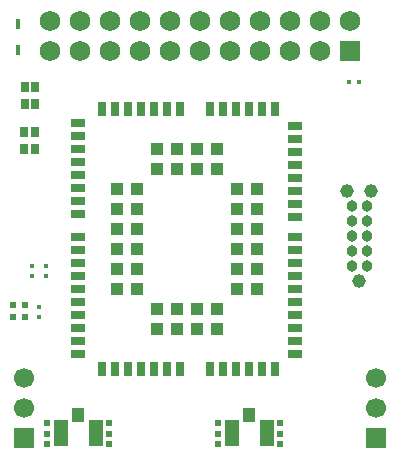
<source format=gts>
G04*
G04 #@! TF.GenerationSoftware,Altium Limited,Altium Designer,22.9.1 (49)*
G04*
G04 Layer_Color=8388736*
%FSLAX44Y44*%
%MOMM*%
G71*
G04*
G04 #@! TF.SameCoordinates,160F3373-32AC-4E58-B31D-FCE43EB9D5FB*
G04*
G04*
G04 #@! TF.FilePolarity,Negative*
G04*
G01*
G75*
%ADD21R,0.6000X0.6000*%
%ADD23R,0.4064X0.8636*%
%ADD27R,1.1000X1.1500*%
%ADD28R,1.1500X2.3000*%
%ADD29R,0.6400X0.9500*%
%ADD30R,0.4600X0.3500*%
%ADD31R,0.3500X0.4600*%
%ADD32C,0.9636*%
%ADD33R,1.2500X0.8000*%
%ADD34R,0.8000X1.2500*%
%ADD35R,1.1000X1.1000*%
%ADD36C,1.1668*%
%ADD37C,1.7500*%
%ADD38R,1.7500X1.7500*%
%ADD39R,1.7000X1.7000*%
%ADD40C,1.7000*%
%ADD41C,0.6080*%
D21*
X13000Y136250D02*
D03*
Y125750D02*
D03*
X23000Y136250D02*
D03*
Y125750D02*
D03*
D23*
X17000Y352205D02*
D03*
Y373795D02*
D03*
D27*
X68250Y43250D02*
D03*
X213000D02*
D03*
D28*
X53500Y28000D02*
D03*
X83000D02*
D03*
X198250D02*
D03*
X227750D02*
D03*
D29*
X23000Y320500D02*
D03*
X31500D02*
D03*
X23000Y306000D02*
D03*
X31500D02*
D03*
X31250Y267750D02*
D03*
X22750D02*
D03*
X31250Y282250D02*
D03*
X22750D02*
D03*
D30*
X297600Y325000D02*
D03*
X306000D02*
D03*
D31*
X35000Y125600D02*
D03*
Y134000D02*
D03*
X29000Y169400D02*
D03*
Y161000D02*
D03*
X41000Y169400D02*
D03*
Y161000D02*
D03*
D32*
X300000Y169300D02*
D03*
Y182000D02*
D03*
Y194700D02*
D03*
Y207400D02*
D03*
Y220100D02*
D03*
X312700D02*
D03*
Y207400D02*
D03*
Y194700D02*
D03*
Y182000D02*
D03*
Y169300D02*
D03*
D33*
X252000Y95000D02*
D03*
Y106000D02*
D03*
Y117000D02*
D03*
Y128000D02*
D03*
Y139000D02*
D03*
Y150000D02*
D03*
Y161000D02*
D03*
Y172000D02*
D03*
Y183000D02*
D03*
Y194000D02*
D03*
Y211000D02*
D03*
Y222000D02*
D03*
Y233000D02*
D03*
Y244000D02*
D03*
Y255000D02*
D03*
Y266000D02*
D03*
Y277000D02*
D03*
Y288000D02*
D03*
X68400Y290000D02*
D03*
Y279000D02*
D03*
Y268000D02*
D03*
Y257000D02*
D03*
Y246000D02*
D03*
Y235000D02*
D03*
Y224000D02*
D03*
Y213000D02*
D03*
Y194000D02*
D03*
Y183000D02*
D03*
Y172000D02*
D03*
Y161000D02*
D03*
Y150000D02*
D03*
Y139000D02*
D03*
Y128000D02*
D03*
Y117000D02*
D03*
Y106000D02*
D03*
Y95000D02*
D03*
D34*
X234700Y302250D02*
D03*
X223700D02*
D03*
X212700D02*
D03*
X201700D02*
D03*
X190700D02*
D03*
X179700D02*
D03*
X154700D02*
D03*
X143700D02*
D03*
X132700D02*
D03*
X121700D02*
D03*
X110700D02*
D03*
X99700D02*
D03*
X88700D02*
D03*
Y81750D02*
D03*
X99700D02*
D03*
X110700D02*
D03*
X121700D02*
D03*
X132700D02*
D03*
X143700D02*
D03*
X154700D02*
D03*
X179700D02*
D03*
X190700D02*
D03*
X201700D02*
D03*
X212700D02*
D03*
X223700D02*
D03*
X234700D02*
D03*
D35*
X219700Y149500D02*
D03*
Y166500D02*
D03*
Y183500D02*
D03*
Y200500D02*
D03*
Y217500D02*
D03*
Y234500D02*
D03*
X185700Y268500D02*
D03*
X168700D02*
D03*
X151700D02*
D03*
X134700D02*
D03*
X100700Y234500D02*
D03*
Y217500D02*
D03*
Y200500D02*
D03*
Y183500D02*
D03*
Y166500D02*
D03*
Y149500D02*
D03*
X134700Y115500D02*
D03*
X151700D02*
D03*
X168700D02*
D03*
X185700D02*
D03*
X202700Y149500D02*
D03*
Y166500D02*
D03*
Y183500D02*
D03*
Y200500D02*
D03*
Y217500D02*
D03*
Y234500D02*
D03*
X185700Y251500D02*
D03*
X168700D02*
D03*
X151700D02*
D03*
X134700D02*
D03*
X117700Y234500D02*
D03*
Y217500D02*
D03*
Y200500D02*
D03*
Y183500D02*
D03*
Y166500D02*
D03*
Y149500D02*
D03*
X134700Y132500D02*
D03*
X151700D02*
D03*
X168700D02*
D03*
X185700D02*
D03*
D36*
X316500Y232800D02*
D03*
X296200D02*
D03*
X306350Y156600D02*
D03*
D37*
X94800Y376700D02*
D03*
Y351300D02*
D03*
X145600Y376700D02*
D03*
Y351300D02*
D03*
X221800Y376700D02*
D03*
Y351300D02*
D03*
X247200Y376700D02*
D03*
Y351300D02*
D03*
X298000Y376700D02*
D03*
X272600Y351300D02*
D03*
Y376700D02*
D03*
X196400Y351300D02*
D03*
Y376700D02*
D03*
X171000Y351300D02*
D03*
Y376700D02*
D03*
X120200Y351300D02*
D03*
Y376700D02*
D03*
X69400Y351300D02*
D03*
X44000D02*
D03*
X69400Y376700D02*
D03*
X44000D02*
D03*
D38*
X298000Y351300D02*
D03*
D39*
X22000Y23600D02*
D03*
X320000D02*
D03*
D40*
X22000Y49000D02*
D03*
Y74400D02*
D03*
X320000Y49000D02*
D03*
Y74400D02*
D03*
D41*
X187000Y18000D02*
D03*
X94000D02*
D03*
Y27000D02*
D03*
Y36000D02*
D03*
X187000Y27000D02*
D03*
Y36000D02*
D03*
X239000Y18000D02*
D03*
Y27000D02*
D03*
Y36000D02*
D03*
X42000Y18000D02*
D03*
Y27000D02*
D03*
Y36000D02*
D03*
M02*

</source>
